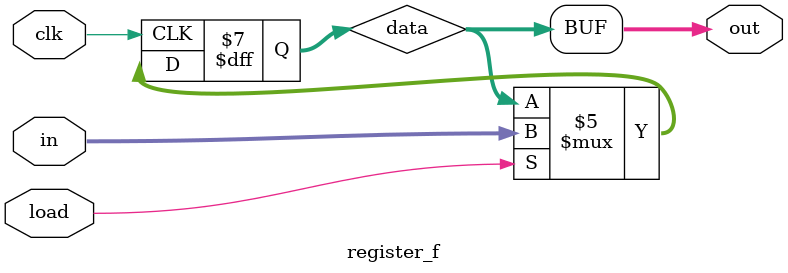
<source format=sv>
module register_f #(parameter width = 32)
(
    input clk,
    input load,
    input [width-1:0] in,
    output logic [width-1:0] out
);

logic [width-1:0] data;

/* Altera device registers are 0 at power on. Specify this
 * so that Modelsim works as expected.
 */
initial
begin
    data = '1;
end

always_ff @(posedge clk)
begin
    if (load)
    begin
        data = in;
    end
end

always_comb
begin
    out = data;
end

endmodule : register_f

</source>
